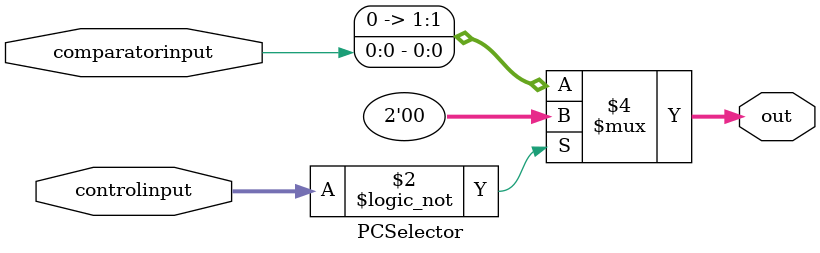
<source format=v>
`timescale 1ns / 1ps


module PCSelector(out, controlinput, comparatorinput);
    output reg [1:0]out;
    input [1:0] controlinput;
    input comparatorinput;
    
    always @(*)begin
        if(controlinput == 0)
            out <= 0;
        else
            out <= comparatorinput;
            
    end
endmodule

</source>
